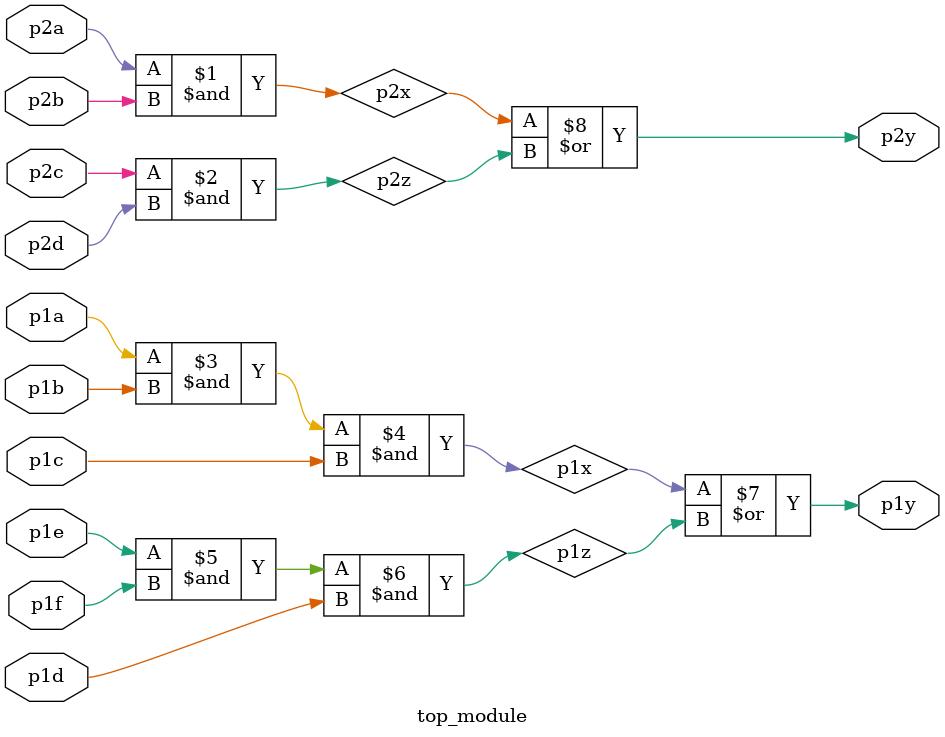
<source format=v>
module top_module ( 
    input p1a, p1b, p1c, p1d, p1e, p1f,
    output p1y,
    input p2a, p2b, p2c, p2d,
    output p2y );
    wire p2x,p2z,p1x,p1z ;
    assign p2x = p2a&p2b;
    assign p2z = p2c&p2d;
    assign p1x = p1a&p1b&p1c;
    assign p1z = p1e&p1f&p1d;
    assign p1y = p1x|p1z;
    assign p2y = p2x|p2z; 

endmodule


</source>
